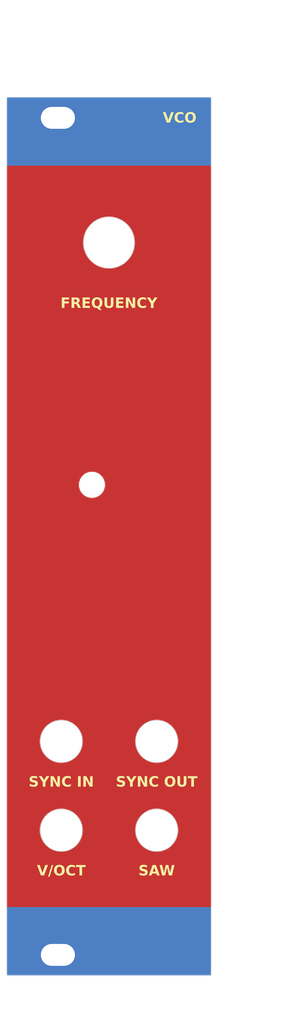
<source format=kicad_pcb>
(kicad_pcb (version 20240108) (generator "pcbnew") (generator_version "8.0")
  (layers (0 "F.Cu" signal) (31 "B.Cu" signal) (34 "B.Paste" user) (35 "F.Paste" user) (36 "B.SilkS" user "B.Silkscreen") (37 "F.SilkS" user "F.Silkscreen") (38 "B.Mask" user) (39 "F.Mask" user) (44 "Edge.Cuts" user))
  (net 0 "")
  (net 1 "GND")
  (footprint "BYOM_General:plated_rack_hole" (layer "F.Cu") (at 123.5 30 180)
    (property "Reference" "H1" (hide yes))
    (property "Value" "MountingHole_Pad")
    (pad "1" thru_hole oval (at 0 0 180) (size 6 4.2) (drill oval 5 3.2) (layers "*.Cu" "*.Mask") (net 1 "GND"))
  )
  (footprint "BYOM_General:plated_rack_hole" (layer "F.Cu") (at 123.5 152.5)
    (property "Reference" "H2" (hide yes))
    (property "Value" "MountingHole_Pad")
    (pad "1" thru_hole oval (at 0 0) (size 6 4.2) (drill oval 5 3.2) (layers "*.Cu" "*.Mask") (net 1 "GND"))
  )
  (gr_circle (center 138 121.25) (end 141.1 121.25) (stroke (width 0.1)) (fill none) (layer "Edge.Cuts"))
  (gr_circle (center 124 134.25) (end 127.1 134.25) (stroke (width 0.1)) (fill none) (layer "Edge.Cuts"))
  (gr_circle (center 128.5 83.7) (end 130.4 83.7) (stroke (width 0.05)) (fill none) (layer "Edge.Cuts"))
  (gr_circle (center 124 121.25) (end 127.1 121.25) (stroke (width 0.1)) (fill none) (layer "Edge.Cuts"))
  (gr_circle (center 138 134.25) (end 141.1 134.25) (stroke (width 0.1)) (fill none) (layer "Edge.Cuts"))
  (gr_line (start 116 27) (end 146 27) (stroke (width 0.05)) (layer "Edge.Cuts"))
  (gr_line (start 146 155.5) (end 116 155.5) (stroke (width 0.05)) (layer "Edge.Cuts"))
  (gr_line (start 116 155.5) (end 116 27) (stroke (width 0.05)) (layer "Edge.Cuts"))
  (gr_line (start 146 27) (end 146 155.5) (stroke (width 0.05)) (layer "Edge.Cuts"))
  (gr_circle (center 131 48.25) (end 134.75 48.25) (stroke (width 0.1)) (fill none) (layer "Edge.Cuts"))
  (gr_text "SAW" (at 138 140.25 0) (layer "F.SilkS") (effects (font (size 1.5 1.5) (thickness 0.3) (bold yes))))
  (gr_text "V/OCT" (at 124 140.25 0) (layer "F.SilkS") (effects (font (size 1.5 1.5) (thickness 0.3) (bold yes))))
  (gr_text "SYNC IN" (at 124 127.25 0) (layer "F.SilkS") (effects (font (size 1.5 1.5) (thickness 0.3) (bold yes))))
  (gr_text "FREQUENCY" (at 130.99 57.19 0) (layer "F.SilkS") (effects (font (size 1.5 1.5) (thickness 0.3) (bold yes))))
  (gr_text "SYNC OUT" (at 138 127.25 0) (layer "F.SilkS") (effects (font (size 1.5 1.5) (thickness 0.3) (bold yes))))
  (gr_text "VCO" (at 138.9 30.95 0) (layer "F.SilkS") (effects (font (size 1.5 1.5) (thickness 0.3) (bold yes)) (justify left bottom)))
  (zone (net 1) (net_name "GND") (layer "F.Cu") (connect_pads (clearance 0.508)) (min_thickness 0.25) (fill yes (thermal_gap 0.5) (thermal_bridge_width 0.5) (island_removal_mode 1) (island_area_min 10))
    (polygon (pts (xy 115 26.25) (xy 115.5 155.75) (xy 146.5 155.75) (xy 146.5 26.25)))
  )
  (zone (net 1) (net_name "GND") (layer "B.Cu") (priority 1) (connect_pads (clearance 0.508)) (min_thickness 0.25) (fill yes (thermal_gap 0.5) (thermal_bridge_width 0.5) (island_removal_mode 1) (island_area_min 10))
    (polygon (pts (xy 115.5 145.5) (xy 115.5 156.5) (xy 147 156.5) (xy 147 145.5)))
  )
  (zone (net 1) (net_name "GND") (layer "B.Cu") (priority 1) (connect_pads (clearance 0.508)) (min_thickness 0.25) (fill yes (thermal_gap 0.5) (thermal_bridge_width 0.5) (island_removal_mode 1) (island_area_min 10))
    (polygon (pts (xy 115 26) (xy 115 37) (xy 146.5 37) (xy 146.5 26)))
  )
)
</source>
